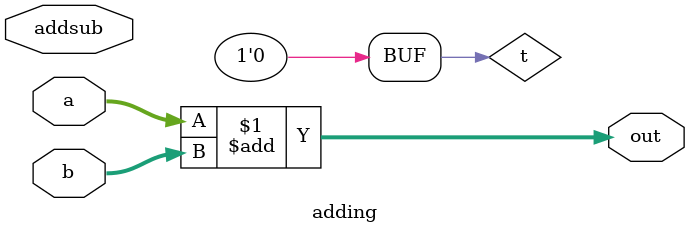
<source format=v>
module adding(a, b, out,  addsub);
    input [2:0] a, b;
    input addsub;
    output [2:0] out;

    wire temp;
    wire t;
    assign t = 1'b0;
    assign out = a+b;
    //fourBit_FA pls(.a(a),.b(b),.cin(t),.cout(temp),.s(out));
    
endmodule
</source>
